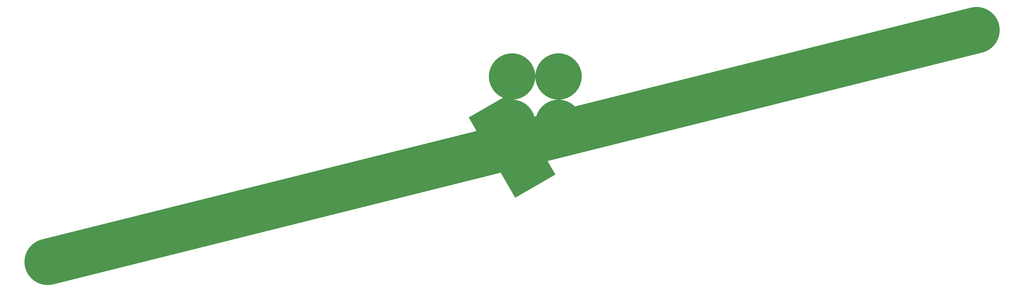
<source format=gbr>
%FSLAX26Y26*%
%MOIN*%
%AMBox*
0 Rectangle with rounded corners, with rotation*
0 The origin of the aperture is it’s center*
0 $1 X-size*
0 $2 Y-size*
0 $3 Rounding radius*
0 $4 Rotation angle, in degrees counterclockwise*
0 Add two overlapping rectangle primitives as box body*
21,1,$1,$2-$3-$3,0,0,$4*
21,1,$2-$3-$3,$2,0,0,$4*
0 Add four circle primitives for the rounded corners*
$5=$1/2*
$6=$2/2*
$7=2X$3*
1,1,$7,$5-$3,$6-$3,$4*
1,1,$7,-$5+$3,$6-$3,$4*
1,1,$7,-$5+$3,-$6+$3,$4*
1,1,$7,$5-$3,-$6+$3,$4*%
%ADD10Box,1X2X.5X30*%
%ADD11C,1*%
G01*
%LPD*%
D11*
X-10000000Y-2500000D02*
X10000000Y2500000D01*
D10*
X0Y0D03*
M02*

</source>
